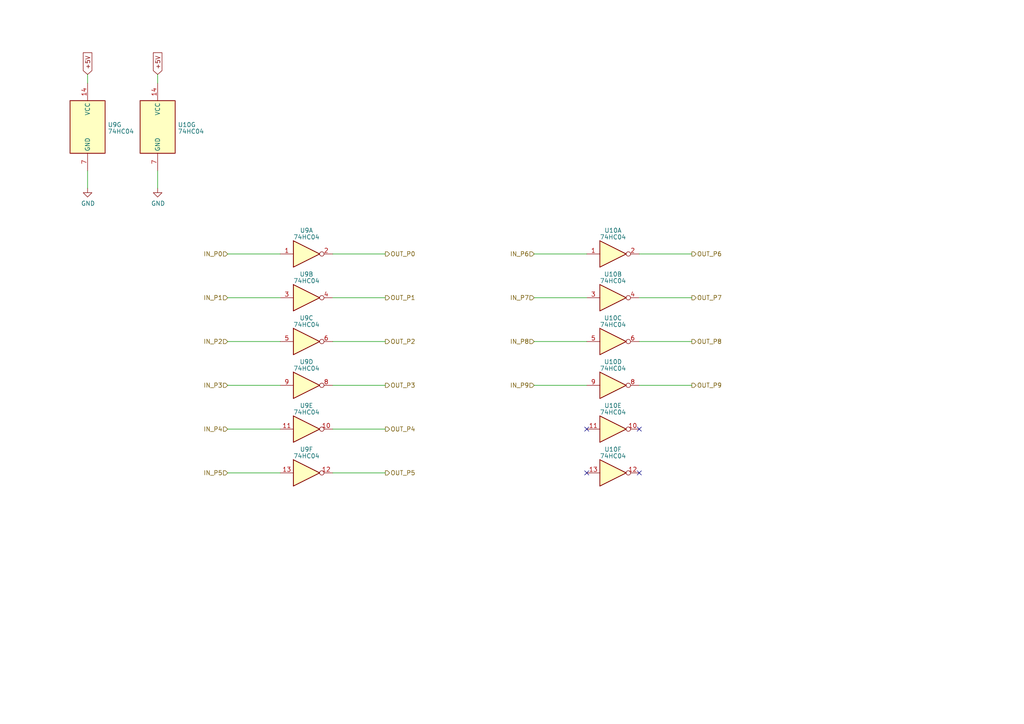
<source format=kicad_sch>
(kicad_sch (version 20230121) (generator eeschema)
  (paper "A4")
  (title_block (title "OpenNixie") (date "2023-02-10") (rev "v2.0"))
  (lib_symbols
    (symbol "74xx:74HC04"
      (property "Reference" "U" (at 0 1.27 0))
      (property "Value" "74HC04" (at 0 -1.27 0))
      (symbol "74HC04_1_0"
        (polyline (pts (xy -3.81 3.81) (xy -3.81 -3.81) (xy 3.81 0) (xy -3.81 3.81)) (stroke (width 0.254)) (fill (type background)))
        (pin input line (at -7.62 0 0) (length 3.81) (name "~") (number "1"))
        (pin output inverted (at 7.62 0 180) (length 3.81) (name "~") (number "2"))
      )
      (symbol "74HC04_2_0"
        (polyline (pts (xy -3.81 3.81) (xy -3.81 -3.81) (xy 3.81 0) (xy -3.81 3.81)) (stroke (width 0.254)) (fill (type background)))
        (pin input line (at -7.62 0 0) (length 3.81) (name "~") (number "3"))
        (pin output inverted (at 7.62 0 180) (length 3.81) (name "~") (number "4"))
      )
      (symbol "74HC04_3_0"
        (polyline (pts (xy -3.81 3.81) (xy -3.81 -3.81) (xy 3.81 0) (xy -3.81 3.81)) (stroke (width 0.254)) (fill (type background)))
        (pin input line (at -7.62 0 0) (length 3.81) (name "~") (number "5"))
        (pin output inverted (at 7.62 0 180) (length 3.81) (name "~") (number "6"))
      )
      (symbol "74HC04_4_0"
        (polyline (pts (xy -3.81 3.81) (xy -3.81 -3.81) (xy 3.81 0) (xy -3.81 3.81)) (stroke (width 0.254)) (fill (type background)))
        (pin output inverted (at 7.62 0 180) (length 3.81) (name "~") (number "8"))
        (pin input line (at -7.62 0 0) (length 3.81) (name "~") (number "9"))
      )
      (symbol "74HC04_5_0"
        (polyline (pts (xy -3.81 3.81) (xy -3.81 -3.81) (xy 3.81 0) (xy -3.81 3.81)) (stroke (width 0.254)) (fill (type background)))
        (pin output inverted (at 7.62 0 180) (length 3.81) (name "~") (number "10"))
        (pin input line (at -7.62 0 0) (length 3.81) (name "~") (number "11"))
      )
      (symbol "74HC04_6_0"
        (polyline (pts (xy -3.81 3.81) (xy -3.81 -3.81) (xy 3.81 0) (xy -3.81 3.81)) (stroke (width 0.254)) (fill (type background)))
        (pin output inverted (at 7.62 0 180) (length 3.81) (name "~") (number "12"))
        (pin input line (at -7.62 0 0) (length 3.81) (name "~") (number "13"))
      )
      (symbol "74HC04_7_0"
        (pin power_in line (at 0 12.7 270) (length 5.08) (name "VCC") (number "14"))
        (pin power_in line (at 0 -12.7 90) (length 5.08) (name "GND") (number "7"))
      )
      (symbol "74HC04_7_1"
        (rectangle (start -5.08 7.62) (end 5.08 -7.62) (stroke (width 0.254)) (fill (type background)))
      )
    )
    (symbol "power:GND" (power) (pin_names (offset 0))
      (property "Value" "GND" (at 0 -3.81 0))
      (symbol "GND_0_1"
        (polyline (pts (xy 0 0) (xy 0 -1.27) (xy 1.27 -1.27) (xy 0 -2.54) (xy -1.27 -1.27) (xy 0 -1.27)))
      )
      (symbol "GND_1_1"
        (pin power_in line (at 0 0 270) (length 0) hide (name "GND") (number "1"))
      )
    )
  )
  (no_connect (at 185.42 124.46))
  (no_connect (at 170.18 137.16))
  (no_connect (at 185.42 137.16))
  (no_connect (at 170.18 124.46))
  (wire (pts (xy 66.04 137.16) (xy 81.28 137.16)))
  (wire (pts (xy 96.52 111.76) (xy 111.76 111.76)))
  (wire (pts (xy 185.42 86.36) (xy 200.66 86.36)))
  (wire (pts (xy 154.94 111.76) (xy 170.18 111.76)))
  (wire (pts (xy 154.94 99.06) (xy 170.18 99.06)))
  (wire (pts (xy 154.94 86.36) (xy 170.18 86.36)))
  (wire (pts (xy 66.04 111.76) (xy 81.28 111.76)))
  (wire (pts (xy 96.52 124.46) (xy 111.76 124.46)))
  (wire (pts (xy 25.4 54.61) (xy 25.4 49.53)))
  (wire (pts (xy 185.42 111.76) (xy 200.66 111.76)))
  (wire (pts (xy 96.52 99.06) (xy 111.76 99.06)))
  (wire (pts (xy 96.52 86.36) (xy 111.76 86.36)))
  (wire (pts (xy 185.42 99.06) (xy 200.66 99.06)))
  (wire (pts (xy 96.52 137.16) (xy 111.76 137.16)))
  (wire (pts (xy 66.04 124.46) (xy 81.28 124.46)))
  (wire (pts (xy 66.04 73.66) (xy 81.28 73.66)))
  (wire (pts (xy 45.72 54.61) (xy 45.72 49.53)))
  (wire (pts (xy 25.4 21.59) (xy 25.4 24.13)))
  (wire (pts (xy 154.94 73.66) (xy 170.18 73.66)))
  (wire (pts (xy 45.72 21.59) (xy 45.72 24.13)))
  (wire (pts (xy 185.42 73.66) (xy 200.66 73.66)))
  (wire (pts (xy 66.04 99.06) (xy 81.28 99.06)))
  (wire (pts (xy 96.52 73.66) (xy 111.76 73.66)))
  (wire (pts (xy 66.04 86.36) (xy 81.28 86.36)))
  (global_label "+5V" (shape input) (at 25.4 21.59 90) (property "Intersheetrefs" "${INTERSHEET_REFS}" (effects hide)))
  (global_label "+5V" (shape input) (at 45.72 21.59 90) (property "Intersheetrefs" "${INTERSHEET_REFS}" (effects hide)))
  (hierarchical_label "OUT_P4" (shape output) (at 111.76 124.46 0))
  (hierarchical_label "IN_P0" (shape input) (at 66.04 73.66 180))
  (hierarchical_label "OUT_P6" (shape output) (at 200.66 73.66 0))
  (hierarchical_label "OUT_P3" (shape output) (at 111.76 111.76 0))
  (hierarchical_label "IN_P6" (shape input) (at 154.94 73.66 180))
  (hierarchical_label "IN_P2" (shape input) (at 66.04 99.06 180))
  (hierarchical_label "OUT_P9" (shape output) (at 200.66 111.76 0))
  (hierarchical_label "IN_P5" (shape input) (at 66.04 137.16 180))
  (hierarchical_label "OUT_P1" (shape output) (at 111.76 86.36 0))
  (hierarchical_label "IN_P4" (shape input) (at 66.04 124.46 180))
  (hierarchical_label "IN_P3" (shape input) (at 66.04 111.76 180))
  (hierarchical_label "IN_P8" (shape input) (at 154.94 99.06 180))
  (hierarchical_label "OUT_P8" (shape output) (at 200.66 99.06 0))
  (hierarchical_label "IN_P1" (shape input) (at 66.04 86.36 180))
  (hierarchical_label "OUT_P0" (shape output) (at 111.76 73.66 0))
  (hierarchical_label "IN_P9" (shape input) (at 154.94 111.76 180))
  (hierarchical_label "OUT_P7" (shape output) (at 200.66 86.36 0))
  (hierarchical_label "IN_P7" (shape input) (at 154.94 86.36 180))
  (hierarchical_label "OUT_P5" (shape output) (at 111.76 137.16 0))
  (hierarchical_label "OUT_P2" (shape output) (at 111.76 99.06 0))
  (symbol (lib_id "power:GND") (at 25.4 54.61 0) (unit 1)
    (property "Reference" "#PWR011" (effects hide))
    (property "Value" "GND" (at 25.527 59.0042 0))
  )
  (symbol (lib_id "74xx:74HC04") (at 177.8 111.76 0) (unit 4)
    (property "Reference" "U10" (at 177.8 104.9401 0))
    (property "Value" "74HC04" (at 177.8 106.8611 0))
    (property "Footprint" "Package_DIP:DIP-14_W7.62mm" (effects hide))
    (property "Datasheet" "https://assets.nexperia.com/documents/data-sheet/74HC_HCT04.pdf" (effects hide))
  )
  (symbol (lib_id "74xx:74HC04") (at 88.9 124.46 0) (unit 5)
    (property "Reference" "U9" (at 88.9 117.6401 0))
    (property "Value" "74HC04" (at 88.9 119.5611 0))
    (property "Footprint" "Package_DIP:DIP-14_W7.62mm" (effects hide))
    (property "Datasheet" "https://assets.nexperia.com/documents/data-sheet/74HC_HCT04.pdf" (effects hide))
  )
  (symbol (lib_id "74xx:74HC04") (at 177.8 73.66 0) (unit 1)
    (property "Reference" "U10" (at 177.8 66.8401 0))
    (property "Value" "74HC04" (at 177.8 68.7611 0))
    (property "Footprint" "Package_DIP:DIP-14_W7.62mm" (effects hide))
    (property "Datasheet" "https://assets.nexperia.com/documents/data-sheet/74HC_HCT04.pdf" (effects hide))
  )
  (symbol (lib_id "74xx:74HC04") (at 25.4 36.83 0) (unit 7)
    (property "Reference" "U9" (at 31.242 36.1863 0) (effects (justify left)))
    (property "Value" "74HC04" (at 31.242 38.1073 0) (effects (justify left)))
    (property "Footprint" "Package_DIP:DIP-14_W7.62mm" (effects hide))
    (property "Datasheet" "https://assets.nexperia.com/documents/data-sheet/74HC_HCT04.pdf" (effects hide))
  )
  (symbol (lib_id "74xx:74HC04") (at 45.72 36.83 0) (unit 7)
    (property "Reference" "U10" (at 51.562 36.1863 0) (effects (justify left)))
    (property "Value" "74HC04" (at 51.562 38.1073 0) (effects (justify left)))
    (property "Footprint" "Package_DIP:DIP-14_W7.62mm" (effects hide))
    (property "Datasheet" "https://assets.nexperia.com/documents/data-sheet/74HC_HCT04.pdf" (effects hide))
  )
  (symbol (lib_id "74xx:74HC04") (at 177.8 124.46 0) (unit 5)
    (property "Reference" "U10" (at 177.8 117.6401 0))
    (property "Value" "74HC04" (at 177.8 119.5611 0))
    (property "Datasheet" "https://assets.nexperia.com/documents/data-sheet/74HC_HCT04.pdf" (effects hide))
  )
  (symbol (lib_id "74xx:74HC04") (at 88.9 73.66 0) (unit 1)
    (property "Reference" "U9" (at 88.9 66.8401 0))
    (property "Value" "74HC04" (at 88.9 68.7611 0))
    (property "Footprint" "Package_DIP:DIP-14_W7.62mm" (effects hide))
    (property "Datasheet" "https://assets.nexperia.com/documents/data-sheet/74HC_HCT04.pdf" (effects hide))
  )
  (symbol (lib_id "74xx:74HC04") (at 88.9 86.36 0) (unit 2)
    (property "Reference" "U9" (at 88.9 79.5401 0))
    (property "Value" "74HC04" (at 88.9 81.4611 0))
    (property "Footprint" "Package_DIP:DIP-14_W7.62mm" (effects hide))
    (property "Datasheet" "https://assets.nexperia.com/documents/data-sheet/74HC_HCT04.pdf" (effects hide))
  )
  (symbol (lib_id "74xx:74HC04") (at 177.8 137.16 0) (unit 6)
    (property "Reference" "U10" (at 177.8 130.3401 0))
    (property "Value" "74HC04" (at 177.8 132.2611 0))
    (property "Datasheet" "https://assets.nexperia.com/documents/data-sheet/74HC_HCT04.pdf" (effects hide))
  )
  (symbol (lib_id "74xx:74HC04") (at 88.9 137.16 0) (unit 6)
    (property "Reference" "U9" (at 88.9 130.3401 0))
    (property "Value" "74HC04" (at 88.9 132.2611 0))
    (property "Footprint" "Package_DIP:DIP-14_W7.62mm" (effects hide))
    (property "Datasheet" "https://assets.nexperia.com/documents/data-sheet/74HC_HCT04.pdf" (effects hide))
  )
  (symbol (lib_id "74xx:74HC04") (at 88.9 99.06 0) (unit 3)
    (property "Reference" "U9" (at 88.9 92.2401 0))
    (property "Value" "74HC04" (at 88.9 94.1611 0))
    (property "Footprint" "Package_DIP:DIP-14_W7.62mm" (effects hide))
    (property "Datasheet" "https://assets.nexperia.com/documents/data-sheet/74HC_HCT04.pdf" (effects hide))
  )
  (symbol (lib_id "74xx:74HC04") (at 177.8 86.36 0) (unit 2)
    (property "Reference" "U10" (at 177.8 79.5401 0))
    (property "Value" "74HC04" (at 177.8 81.4611 0))
    (property "Footprint" "Package_DIP:DIP-14_W7.62mm" (effects hide))
    (property "Datasheet" "https://assets.nexperia.com/documents/data-sheet/74HC_HCT04.pdf" (effects hide))
  )
  (symbol (lib_id "power:GND") (at 45.72 54.61 0) (unit 1)
    (property "Reference" "#PWR012" (effects hide))
    (property "Value" "GND" (at 45.847 59.0042 0))
  )
  (symbol (lib_id "74xx:74HC04") (at 88.9 111.76 0) (unit 4)
    (property "Reference" "U9" (at 88.9 104.9401 0))
    (property "Value" "74HC04" (at 88.9 106.8611 0))
    (property "Footprint" "Package_DIP:DIP-14_W7.62mm" (effects hide))
    (property "Datasheet" "https://assets.nexperia.com/documents/data-sheet/74HC_HCT04.pdf" (effects hide))
  )
  (symbol (lib_id "74xx:74HC04") (at 177.8 99.06 0) (unit 3)
    (property "Reference" "U10" (at 177.8 92.2401 0))
    (property "Value" "74HC04" (at 177.8 94.1611 0))
    (property "Footprint" "Package_DIP:DIP-14_W7.62mm" (effects hide))
    (property "Datasheet" "https://assets.nexperia.com/documents/data-sheet/74HC_HCT04.pdf" (effects hide))
  )
)
</source>
